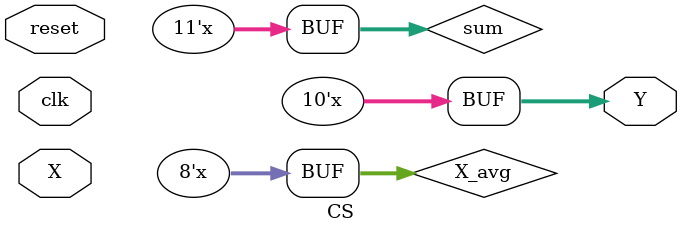
<source format=v>
`timescale 1ns/10ps
module CS(Y, X, reset, clk);

  input clk, reset; 
  input[7:0] X;
  output reg[9:0] Y;
  
  reg[7:0] XS[8:0];
  reg[10:0] sum;
  reg[7:0] X_avg;
  reg[7:0] X_app;
  reg[7:0] min;
  reg[3:0] n;
  reg[3:0] j;
  integer  i;

  always@(sum)
  begin

      if(n < 9)
      begin
        sum = sum;
      end
      else
      begin
        X_avg = (sum)/9;
        min = 8'b11111111;

        for(i = 0; i < 9; i = i + 1)
        begin
            if(XS[i] <= X_avg && min > (X_avg - XS[i]))
            begin
              min = X_avg - XS[i];
              X_app = XS[i];
            end
        end
          Y = (sum + 9*X_app)/8;
    
        end
  end

  always@(negedge clk, posedge reset)
  begin
      if(reset)
      begin
        XS[0] <= 0; XS[1] <= 0; XS[2] <= 0; XS[3] <= 0; XS[4] <= 0;
        XS[5] <= 0; XS[6] <= 0; XS[7] <= 0; XS[8] <= 0;
        sum <= 0;
        Y <= 0;
        X_avg <= 0;
        X_app <= 0;
        j <= 0;
        n <= 0;
      end
      else
      begin
        
        XS[j] <= X;
        sum <= sum + X - XS[j];
        if(j == 4'd8)
          j <= 0;
        else 
          j <= j + 4'd1;
        
        if(n < 9)
          n <= n + 1;
          
        
      end
  end

endmodule
</source>
